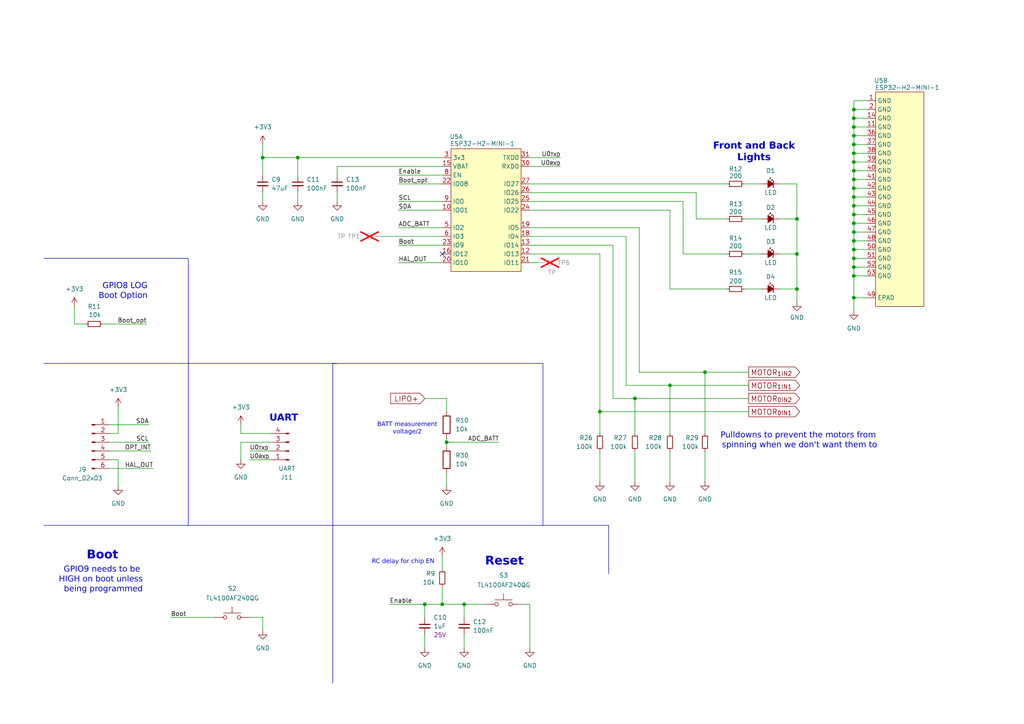
<source format=kicad_sch>
(kicad_sch (version 20231120) (generator "eeschema") (generator_version "8.0")
  (paper "A4")
  (title_block (rev "v0.2"))
  (lib_symbols
    (symbol "Connector:Conn_01x04_Male" (pin_names (offset 1.016) hide)
      (property "Reference" "J" (at 0 5.08 0))
      (property "Value" "Conn_01x04_Male" (at 0 -7.62 0))
      (symbol "Conn_01x04_Male_1_1"
        (polyline (pts (xy 1.27 -5.08) (xy 0.8636 -5.08)) (stroke (width 0.1524)))
        (polyline (pts (xy 1.27 -2.54) (xy 0.8636 -2.54)) (stroke (width 0.1524)))
        (polyline (pts (xy 1.27 0) (xy 0.8636 0)) (stroke (width 0.1524)))
        (polyline (pts (xy 1.27 2.54) (xy 0.8636 2.54)) (stroke (width 0.1524)))
        (rectangle (start 0.8636 -4.953) (end 0 -5.207) (stroke (width 0.1524)) (fill (type outline)))
        (rectangle (start 0.8636 -2.413) (end 0 -2.667) (stroke (width 0.1524)) (fill (type outline)))
        (rectangle (start 0.8636 0.127) (end 0 -0.127) (stroke (width 0.1524)) (fill (type outline)))
        (rectangle (start 0.8636 2.667) (end 0 2.413) (stroke (width 0.1524)) (fill (type outline)))
        (pin passive line (at 5.08 2.54 180) (length 3.81) (name "Pin_1") (number "1"))
        (pin passive line (at 5.08 0 180) (length 3.81) (name "Pin_2") (number "2"))
        (pin passive line (at 5.08 -2.54 180) (length 3.81) (name "Pin_3") (number "3"))
        (pin passive line (at 5.08 -5.08 180) (length 3.81) (name "Pin_4") (number "4"))
      )
    )
    (symbol "Connector:Conn_01x06_Pin" (pin_names (offset 1.016) hide)
      (property "Reference" "J" (at 0 7.62 0))
      (property "Value" "Conn_01x06_Pin" (at 0 -10.16 0))
      (symbol "Conn_01x06_Pin_1_1"
        (polyline (pts (xy 1.27 -7.62) (xy 0.8636 -7.62)) (stroke (width 0.1524)))
        (polyline (pts (xy 1.27 -5.08) (xy 0.8636 -5.08)) (stroke (width 0.1524)))
        (polyline (pts (xy 1.27 -2.54) (xy 0.8636 -2.54)) (stroke (width 0.1524)))
        (polyline (pts (xy 1.27 0) (xy 0.8636 0)) (stroke (width 0.1524)))
        (polyline (pts (xy 1.27 2.54) (xy 0.8636 2.54)) (stroke (width 0.1524)))
        (polyline (pts (xy 1.27 5.08) (xy 0.8636 5.08)) (stroke (width 0.1524)))
        (rectangle (start 0.8636 -7.493) (end 0 -7.747) (stroke (width 0.1524)) (fill (type outline)))
        (rectangle (start 0.8636 -4.953) (end 0 -5.207) (stroke (width 0.1524)) (fill (type outline)))
        (rectangle (start 0.8636 -2.413) (end 0 -2.667) (stroke (width 0.1524)) (fill (type outline)))
        (rectangle (start 0.8636 0.127) (end 0 -0.127) (stroke (width 0.1524)) (fill (type outline)))
        (rectangle (start 0.8636 2.667) (end 0 2.413) (stroke (width 0.1524)) (fill (type outline)))
        (rectangle (start 0.8636 5.207) (end 0 4.953) (stroke (width 0.1524)) (fill (type outline)))
        (pin passive line (at 5.08 5.08 180) (length 3.81) (name "Pin_1") (number "1"))
        (pin passive line (at 5.08 2.54 180) (length 3.81) (name "Pin_2") (number "2"))
        (pin passive line (at 5.08 0 180) (length 3.81) (name "Pin_3") (number "3"))
        (pin passive line (at 5.08 -2.54 180) (length 3.81) (name "Pin_4") (number "4"))
        (pin passive line (at 5.08 -5.08 180) (length 3.81) (name "Pin_5") (number "5"))
        (pin passive line (at 5.08 -7.62 180) (length 3.81) (name "Pin_6") (number "6"))
      )
    )
    (symbol "Connector:TestPoint" (pin_numbers hide) (pin_names (offset 0.762) hide)
      (property "Reference" "TP" (at 0 6.858 0))
      (property "Value" "TestPoint" (at 0 5.08 0))
      (symbol "TestPoint_0_1"
        (circle (center 0 3.302) (radius 0.762))
      )
      (symbol "TestPoint_1_1"
        (pin passive line (at 0 0 90) (length 2.54) (name "1") (number "1"))
      )
    )
    (symbol "Device:C_Small" (pin_numbers hide) (pin_names (offset 0.254) hide)
      (property "Reference" "C" (at 0.254 1.778 0))
      (property "Value" "C_Small" (at 0.254 -2.032 0))
      (symbol "C_Small_0_1"
        (polyline (pts (xy -1.524 -0.508) (xy 1.524 -0.508)) (stroke (width 0.3302)))
        (polyline (pts (xy -1.524 0.508) (xy 1.524 0.508)) (stroke (width 0.3048)))
      )
      (symbol "C_Small_1_1"
        (pin passive line (at 0 2.54 270) (length 2.032) (name "~") (number "1"))
        (pin passive line (at 0 -2.54 90) (length 2.032) (name "~") (number "2"))
      )
    )
    (symbol "Device:LED_Small_Filled" (pin_numbers hide) (pin_names (offset 0.254) hide)
      (property "Reference" "D" (at -1.27 3.175 0))
      (property "Value" "LED_Small_Filled" (at -4.445 -2.54 0))
      (symbol "LED_Small_Filled_0_1"
        (polyline (pts (xy -0.762 -1.016) (xy -0.762 1.016)) (stroke (width 0.254)))
        (polyline (pts (xy 1.016 0) (xy -0.762 0)))
        (polyline (pts (xy 0.762 -1.016) (xy -0.762 0) (xy 0.762 1.016) (xy 0.762 -1.016)) (stroke (width 0.254)) (fill (type outline)))
        (polyline (pts (xy 0 0.762) (xy -0.508 1.27) (xy -0.254 1.27) (xy -0.508 1.27) (xy -0.508 1.016)))
        (polyline (pts (xy 0.508 1.27) (xy 0 1.778) (xy 0.254 1.778) (xy 0 1.778) (xy 0 1.524)))
      )
      (symbol "LED_Small_Filled_1_1"
        (pin passive line (at -2.54 0 0) (length 1.778) (name "K") (number "1"))
        (pin passive line (at 2.54 0 180) (length 1.778) (name "A") (number "2"))
      )
    )
    (symbol "Device:R" (pin_numbers hide) (pin_names (offset 0))
      (property "Reference" "R" (at 2.032 0 90))
      (property "Value" "R" (at 0 0 90))
      (symbol "R_0_1"
        (rectangle (start -1.016 -2.54) (end 1.016 2.54) (stroke (width 0.254)))
      )
      (symbol "R_1_1"
        (pin passive line (at 0 3.81 270) (length 1.27) (name "~") (number "1"))
        (pin passive line (at 0 -3.81 90) (length 1.27) (name "~") (number "2"))
      )
    )
    (symbol "Device:R_Small" (pin_numbers hide) (pin_names (offset 0.254) hide)
      (property "Reference" "R" (at 0.762 0.508 0))
      (property "Value" "R_Small" (at 0.762 -1.016 0))
      (symbol "R_Small_0_1"
        (rectangle (start -0.762 1.778) (end 0.762 -1.778) (stroke (width 0.2032)))
      )
      (symbol "R_Small_1_1"
        (pin passive line (at 0 2.54 270) (length 0.762) (name "~") (number "1"))
        (pin passive line (at 0 -2.54 90) (length 0.762) (name "~") (number "2"))
      )
    )
    (symbol "ESP32-H2-MINI-1_1"
      (property "Reference" "U1" (at -4.826 26.416 0))
      (property "Value" "ESP32-H2-MINI-1" (at 2.794 24.384 0))
      (symbol "ESP32-H2-MINI-1_1_1_1"
        (rectangle (start -6.35 22.86) (end 13.97 -12.7) (fill (type background)))
        (pin input line (at -8.89 5.08 0) (length 2.54) (name "IO01") (number "10"))
        (pin input line (at 16.51 -7.62 180) (length 2.54) (name "IO13") (number "12"))
        (pin input line (at 16.51 -5.08 180) (length 2.54) (name "IO14") (number "13"))
        (pin input line (at -8.89 17.78 0) (length 2.54) (name "VBAT") (number "15"))
        (pin input line (at -8.89 -7.62 0) (length 2.54) (name "IO12") (number "16"))
        (pin input line (at 16.51 -2.54 180) (length 2.54) (name "IO4") (number "18"))
        (pin input line (at 16.51 0 180) (length 2.54) (name "IO5") (number "19"))
        (pin input line (at -8.89 -10.16 0) (length 2.54) (name "IO10") (number "20"))
        (pin input line (at 16.51 -10.16 180) (length 2.54) (name "IO11") (number "21"))
        (pin input line (at -8.89 12.7 0) (length 2.54) (name "IO08") (number "22"))
        (pin input line (at -8.89 -5.08 0) (length 2.54) (name "IO9") (number "23"))
        (pin input line (at 16.51 5.08 180) (length 2.54) (name "IO22") (number "24"))
        (pin input line (at 16.51 7.62 180) (length 2.54) (name "IO25") (number "25"))
        (pin input line (at 16.51 10.16 180) (length 2.54) (name "IO26") (number "26"))
        (pin input line (at 16.51 12.7 180) (length 2.54) (name "IO27") (number "27"))
        (pin input line (at -8.89 20.32 0) (length 2.54) (name "3v3") (number "3"))
        (pin input line (at 16.51 17.78 180) (length 2.54) (name "RXD0") (number "30"))
        (pin input line (at 16.51 20.32 180) (length 2.54) (name "TXD0") (number "31"))
        (pin input line (at -8.89 0 0) (length 2.54) (name "IO2") (number "5"))
        (pin input line (at -8.89 -2.54 0) (length 2.54) (name "IO3") (number "6"))
        (pin input line (at -8.89 15.24 0) (length 2.54) (name "EN") (number "8"))
        (pin input line (at -8.89 7.62 0) (length 2.54) (name "IO0") (number "9"))
      )
      (symbol "ESP32-H2-MINI-1_1_1_2"
        (pin input line (at -9.525 10.16 0) (length 2.54) (name "GND") (number "1"))
        (pin input line (at -9.525 -12.7 0) (length 2.54) (name "IO01") (number "10"))
        (pin input line (at -9.525 -15.24 0) (length 2.54) (name "GND") (number "11"))
        (pin input line (at 3.175 -30.48 90) (length 2.54) (name "IO13") (number "12"))
        (pin input line (at 5.715 -30.48 90) (length 2.54) (name "IO14") (number "13"))
        (pin input line (at 8.255 -30.48 90) (length 2.54) (name "GND") (number "14"))
        (pin input line (at 10.795 -30.48 90) (length 2.54) (name "VBAT") (number "15"))
        (pin input line (at 13.335 -30.48 90) (length 2.54) (name "IO12") (number "16"))
        (pin input line (at 15.875 -30.48 90) (length 2.54) (name "NC") (number "17"))
        (pin input line (at 18.415 -30.48 90) (length 2.54) (name "IO4") (number "18"))
        (pin input line (at 20.955 -30.48 90) (length 2.54) (name "IO5") (number "19"))
        (pin input line (at -9.525 7.62 0) (length 2.54) (name "GND") (number "2"))
        (pin input line (at 23.495 -30.48 90) (length 2.54) (name "IO10") (number "20"))
        (pin input line (at 26.035 -30.48 90) (length 2.54) (name "IO11") (number "21"))
        (pin input line (at 28.575 -30.48 90) (length 2.54) (name "IO08") (number "22"))
        (pin input line (at 31.115 -30.48 90) (length 2.54) (name "IO9") (number "23"))
        (pin input line (at 33.655 -30.48 90) (length 2.54) (name "IO22") (number "24"))
        (pin input line (at 46.355 -15.24 180) (length 2.54) (name "IO25") (number "25"))
        (pin input line (at 46.355 -12.7 180) (length 2.54) (name "IO26") (number "26"))
        (pin input line (at 46.355 -10.16 180) (length 2.54) (name "IO27") (number "27"))
        (pin input line (at 46.355 -7.62 180) (length 2.54) (name "NC") (number "28"))
        (pin input line (at 46.355 -5.08 180) (length 2.54) (name "NC") (number "29"))
        (pin input line (at -9.525 5.08 0) (length 2.54) (name "3v3") (number "3"))
        (pin input line (at 46.355 -2.54 180) (length 2.54) (name "RXD0") (number "30"))
        (pin input line (at 46.355 0 180) (length 2.54) (name "TXD0") (number "31"))
        (pin input line (at 46.355 2.54 180) (length 2.54) (name "NC") (number "32"))
        (pin input line (at 46.355 5.08 180) (length 2.54) (name "NC") (number "33"))
        (pin input line (at 46.355 7.62 180) (length 2.54) (name "NC") (number "34"))
        (pin input line (at 46.355 10.16 180) (length 2.54) (name "NC") (number "35"))
        (pin input line (at 33.655 25.4 270) (length 2.54) (name "GND") (number "36"))
        (pin input line (at 31.115 25.4 270) (length 2.54) (name "GND") (number "37"))
        (pin input line (at 28.575 25.4 270) (length 2.54) (name "GND") (number "38"))
        (pin input line (at 26.035 25.4 270) (length 2.54) (name "GND") (number "39"))
        (pin input line (at -9.525 2.54 0) (length 2.54) (name "NC") (number "4"))
        (pin input line (at 23.495 25.4 270) (length 2.54) (name "GND") (number "40"))
        (pin input line (at 20.955 25.4 270) (length 2.54) (name "GND") (number "41"))
        (pin input line (at 18.415 25.4 270) (length 2.54) (name "GND") (number "42"))
        (pin input line (at 15.875 25.4 270) (length 2.54) (name "GND") (number "43"))
        (pin input line (at 13.335 25.4 270) (length 2.54) (name "GND") (number "44"))
        (pin input line (at 10.795 25.4 270) (length 2.54) (name "GND") (number "45"))
        (pin input line (at 8.255 25.4 270) (length 2.54) (name "GND") (number "46"))
        (pin input line (at 5.715 25.4 270) (length 2.54) (name "GND") (number "47"))
        (pin input line (at 3.175 25.4 270) (length 2.54) (name "GND") (number "48"))
        (pin input line (at -1.905 25.4 270) (length 2.54) (name "EPAD") (number "49"))
        (pin input line (at -9.525 0 0) (length 2.54) (name "IO2") (number "5"))
        (pin input line (at 46.355 15.875 180) (length 2.54) (name "GND") (number "50"))
        (pin input line (at 46.355 -20.955 180) (length 2.54) (name "GND") (number "51"))
        (pin input line (at -9.525 -20.955 0) (length 2.54) (name "GND") (number "52"))
        (pin input line (at -9.525 15.875 0) (length 2.54) (name "GND") (number "53"))
        (pin input line (at -9.525 -2.54 0) (length 2.54) (name "IO3") (number "6"))
        (pin input line (at -9.525 -5.08 0) (length 2.54) (name "NC") (number "7"))
        (pin input line (at -9.525 -7.62 0) (length 2.54) (name "EN") (number "8"))
        (pin input line (at -9.525 -10.16 0) (length 2.54) (name "IO0") (number "9"))
      )
      (symbol "ESP32-H2-MINI-1_1_2_1"
        (rectangle (start 0 0) (end 13.97 -62.23) (fill (type background)))
        (pin input line (at -2.54 -2.54 0) (length 2.54) (name "GND") (number "1"))
        (pin input line (at -2.54 -10.16 0) (length 2.54) (name "GND") (number "11"))
        (pin input line (at -2.54 -7.62 0) (length 2.54) (name "GND") (number "14"))
        (pin input line (at -2.54 -5.08 0) (length 2.54) (name "GND") (number "2"))
        (pin input line (at -2.54 -12.7 0) (length 2.54) (name "GND") (number "36"))
        (pin input line (at -2.54 -15.24 0) (length 2.54) (name "GND") (number "37"))
        (pin input line (at -2.54 -17.78 0) (length 2.54) (name "GND") (number "38"))
        (pin input line (at -2.54 -20.32 0) (length 2.54) (name "GND") (number "39"))
        (pin input line (at -2.54 -22.86 0) (length 2.54) (name "GND") (number "40"))
        (pin input line (at -2.54 -25.4 0) (length 2.54) (name "GND") (number "41"))
        (pin input line (at -2.54 -27.94 0) (length 2.54) (name "GND") (number "42"))
        (pin input line (at -2.54 -30.48 0) (length 2.54) (name "GND") (number "43"))
        (pin input line (at -2.54 -33.02 0) (length 2.54) (name "GND") (number "44"))
        (pin input line (at -2.54 -35.56 0) (length 2.54) (name "GND") (number "45"))
        (pin input line (at -2.54 -38.1 0) (length 2.54) (name "GND") (number "46"))
        (pin input line (at -2.54 -40.64 0) (length 2.54) (name "GND") (number "47"))
        (pin input line (at -2.54 -43.18 0) (length 2.54) (name "GND") (number "48"))
        (pin input line (at -2.54 -59.69 0) (length 2.54) (name "EPAD") (number "49"))
        (pin input line (at -2.54 -45.72 0) (length 2.54) (name "GND") (number "50"))
        (pin input line (at -2.54 -48.26 0) (length 2.54) (name "GND") (number "51"))
        (pin input line (at -2.54 -50.8 0) (length 2.54) (name "GND") (number "52"))
        (pin input line (at -2.54 -53.34 0) (length 2.54) (name "GND") (number "53"))
      )
      (symbol "ESP32-H2-MINI-1_1_2_2"
        (pin input line (at -9.525 10.16 0) (length 2.54) (name "GND") (number "1"))
        (pin input line (at -9.525 -12.7 0) (length 2.54) (name "IO01") (number "10"))
        (pin input line (at -9.525 -15.24 0) (length 2.54) (name "GND") (number "11"))
        (pin input line (at 3.175 -30.48 90) (length 2.54) (name "IO13") (number "12"))
        (pin input line (at 5.715 -30.48 90) (length 2.54) (name "IO14") (number "13"))
        (pin input line (at 8.255 -30.48 90) (length 2.54) (name "GND") (number "14"))
        (pin input line (at 10.795 -30.48 90) (length 2.54) (name "VBAT") (number "15"))
        (pin input line (at 13.335 -30.48 90) (length 2.54) (name "IO12") (number "16"))
        (pin input line (at 15.875 -30.48 90) (length 2.54) (name "NC") (number "17"))
        (pin input line (at 18.415 -30.48 90) (length 2.54) (name "IO4") (number "18"))
        (pin input line (at 20.955 -30.48 90) (length 2.54) (name "IO5") (number "19"))
        (pin input line (at -9.525 7.62 0) (length 2.54) (name "GND") (number "2"))
        (pin input line (at 23.495 -30.48 90) (length 2.54) (name "IO10") (number "20"))
        (pin input line (at 26.035 -30.48 90) (length 2.54) (name "IO11") (number "21"))
        (pin input line (at 28.575 -30.48 90) (length 2.54) (name "IO08") (number "22"))
        (pin input line (at 31.115 -30.48 90) (length 2.54) (name "IO9") (number "23"))
        (pin input line (at 33.655 -30.48 90) (length 2.54) (name "IO22") (number "24"))
        (pin input line (at 46.355 -15.24 180) (length 2.54) (name "IO25") (number "25"))
        (pin input line (at 46.355 -12.7 180) (length 2.54) (name "IO26") (number "26"))
        (pin input line (at 46.355 -10.16 180) (length 2.54) (name "IO27") (number "27"))
        (pin input line (at 46.355 -7.62 180) (length 2.54) (name "NC") (number "28"))
        (pin input line (at 46.355 -5.08 180) (length 2.54) (name "NC") (number "29"))
        (pin input line (at -9.525 5.08 0) (length 2.54) (name "3v3") (number "3"))
        (pin input line (at 46.355 -2.54 180) (length 2.54) (name "RXD0") (number "30"))
        (pin input line (at 46.355 0 180) (length 2.54) (name "TXD0") (number "31"))
        (pin input line (at 46.355 2.54 180) (length 2.54) (name "NC") (number "32"))
        (pin input line (at 46.355 5.08 180) (length 2.54) (name "NC") (number "33"))
        (pin input line (at 46.355 7.62 180) (length 2.54) (name "NC") (number "34"))
        (pin input line (at 46.355 10.16 180) (length 2.54) (name "NC") (number "35"))
        (pin input line (at 33.655 25.4 270) (length 2.54) (name "GND") (number "36"))
        (pin input line (at 31.115 25.4 270) (length 2.54) (name "GND") (number "37"))
        (pin input line (at 28.575 25.4 270) (length 2.54) (name "GND") (number "38"))
        (pin input line (at 26.035 25.4 270) (length 2.54) (name "GND") (number "39"))
        (pin input line (at -9.525 2.54 0) (length 2.54) (name "NC") (number "4"))
        (pin input line (at 23.495 25.4 270) (length 2.54) (name "GND") (number "40"))
        (pin input line (at 20.955 25.4 270) (length 2.54) (name "GND") (number "41"))
        (pin input line (at 18.415 25.4 270) (length 2.54) (name "GND") (number "42"))
        (pin input line (at 15.875 25.4 270) (length 2.54) (name "GND") (number "43"))
        (pin input line (at 13.335 25.4 270) (length 2.54) (name "GND") (number "44"))
        (pin input line (at 10.795 25.4 270) (length 2.54) (name "GND") (number "45"))
        (pin input line (at 8.255 25.4 270) (length 2.54) (name "GND") (number "46"))
        (pin input line (at 5.715 25.4 270) (length 2.54) (name "GND") (number "47"))
        (pin input line (at 3.175 25.4 270) (length 2.54) (name "GND") (number "48"))
        (pin input line (at -1.905 25.4 270) (length 2.54) (name "EPAD") (number "49"))
        (pin input line (at -9.525 0 0) (length 2.54) (name "IO2") (number "5"))
        (pin input line (at 46.355 15.875 180) (length 2.54) (name "GND") (number "50"))
        (pin input line (at 46.355 -20.955 180) (length 2.54) (name "GND") (number "51"))
        (pin input line (at -9.525 -20.955 0) (length 2.54) (name "GND") (number "52"))
        (pin input line (at -9.525 15.875 0) (length 2.54) (name "GND") (number "53"))
        (pin input line (at -9.525 -2.54 0) (length 2.54) (name "IO3") (number "6"))
        (pin input line (at -9.525 -5.08 0) (length 2.54) (name "NC") (number "7"))
        (pin input line (at -9.525 -7.62 0) (length 2.54) (name "EN") (number "8"))
        (pin input line (at -9.525 -10.16 0) (length 2.54) (name "IO0") (number "9"))
      )
    )
    (symbol "GND_1" (power) (pin_names (offset 0))
      (property "Value" "GND_1" (at 0 -3.81 0))
      (symbol "GND_1_0_1"
        (polyline (pts (xy 0 0) (xy 0 -1.27) (xy 1.27 -1.27) (xy 0 -2.54) (xy -1.27 -1.27) (xy 0 -1.27)))
      )
      (symbol "GND_1_1_1"
        (pin power_in line (at 0 0 270) (length 0) hide (name "GND") (number "1"))
      )
    )
    (symbol "Switch:SW_Omron_B3FS" (pin_numbers hide) (pin_names (offset 1.016) hide)
      (property "Reference" "SW" (at 1.27 2.54 0))
      (property "Value" "SW_Omron_B3FS" (at 0 -1.524 0))
      (symbol "SW_Omron_B3FS_0_1"
        (circle (center -2.032 0) (radius 0.508))
        (polyline (pts (xy 0 1.27) (xy 0 3.048)))
        (polyline (pts (xy 2.54 1.27) (xy -2.54 1.27)))
        (circle (center 2.032 0) (radius 0.508))
        (pin passive line (at -5.08 0 0) (length 2.54) (name "1") (number "1"))
        (pin passive line (at 5.08 0 180) (length 2.54) (name "2") (number "2"))
      )
    )
    (symbol "custom_IC:ESP32-H2-MINI-1"
      (property "Reference" "U1" (at 1.016 3.81 0))
      (property "Value" "ESP32-H2-MINI-1" (at 8.89 1.524 0))
      (symbol "ESP32-H2-MINI-1_1_1"
        (rectangle (start -6.35 22.86) (end 13.97 -12.7) (fill (type background)))
        (pin input line (at -8.89 5.08 0) (length 2.54) (name "IO01") (number "10"))
        (pin input line (at 16.51 0 180) (length 2.54) (name "IO13") (number "12"))
        (pin input line (at 16.51 -2.54 180) (length 2.54) (name "IO14") (number "13"))
        (pin input line (at -8.89 17.78 0) (length 2.54) (name "VBAT") (number "15"))
        (pin input line (at -8.89 -7.62 0) (length 2.54) (name "IO12") (number "16"))
        (pin input line (at 16.51 -5.08 180) (length 2.54) (name "IO4") (number "18"))
        (pin input line (at 16.51 -7.62 180) (length 2.54) (name "IO5") (number "19"))
        (pin input line (at -8.89 -10.16 0) (length 2.54) (name "IO10") (number "20"))
        (pin input line (at 16.51 -10.16 180) (length 2.54) (name "IO11") (number "21"))
        (pin input line (at -8.89 12.7 0) (length 2.54) (name "IO08") (number "22"))
        (pin input line (at -8.89 -5.08 0) (length 2.54) (name "IO9") (number "23"))
        (pin input line (at 16.51 5.08 180) (length 2.54) (name "IO22") (number "24"))
        (pin input line (at 16.51 7.62 180) (length 2.54) (name "IO25") (number "25"))
        (pin input line (at 16.51 10.16 180) (length 2.54) (name "IO26") (number "26"))
        (pin input line (at 16.51 12.7 180) (length 2.54) (name "IO27") (number "27"))
        (pin input line (at -8.89 20.32 0) (length 2.54) (name "3v3") (number "3"))
        (pin input line (at 16.51 17.78 180) (length 2.54) (name "RXD0") (number "30"))
        (pin input line (at 16.51 20.32 180) (length 2.54) (name "TXD0") (number "31"))
        (pin input line (at -8.89 0 0) (length 2.54) (name "IO2") (number "5"))
        (pin input line (at -8.89 -2.54 0) (length 2.54) (name "IO3") (number "6"))
        (pin input line (at -8.89 15.24 0) (length 2.54) (name "EN") (number "8"))
        (pin input line (at -8.89 7.62 0) (length 2.54) (name "IO0") (number "9"))
      )
      (symbol "ESP32-H2-MINI-1_1_2"
        (pin input line (at -9.525 10.16 0) (length 2.54) (name "GND") (number "1"))
        (pin input line (at -9.525 -12.7 0) (length 2.54) (name "IO01") (number "10"))
        (pin input line (at -9.525 -15.24 0) (length 2.54) (name "GND") (number "11"))
        (pin input line (at 3.175 -30.48 90) (length 2.54) (name "IO13") (number "12"))
        (pin input line (at 5.715 -30.48 90) (length 2.54) (name "IO14") (number "13"))
        (pin input line (at 8.255 -30.48 90) (length 2.54) (name "GND") (number "14"))
        (pin input line (at 10.795 -30.48 90) (length 2.54) (name "VBAT") (number "15"))
        (pin input line (at 13.335 -30.48 90) (length 2.54) (name "IO12") (number "16"))
        (pin input line (at 15.875 -30.48 90) (length 2.54) (name "NC") (number "17"))
        (pin input line (at 18.415 -30.48 90) (length 2.54) (name "IO4") (number "18"))
        (pin input line (at 20.955 -30.48 90) (length 2.54) (name "IO5") (number "19"))
        (pin input line (at -9.525 7.62 0) (length 2.54) (name "GND") (number "2"))
        (pin input line (at 23.495 -30.48 90) (length 2.54) (name "IO10") (number "20"))
        (pin input line (at 26.035 -30.48 90) (length 2.54) (name "IO11") (number "21"))
        (pin input line (at 28.575 -30.48 90) (length 2.54) (name "IO08") (number "22"))
        (pin input line (at 31.115 -30.48 90) (length 2.54) (name "IO9") (number "23"))
        (pin input line (at 33.655 -30.48 90) (length 2.54) (name "IO22") (number "24"))
        (pin input line (at 46.355 -15.24 180) (length 2.54) (name "IO25") (number "25"))
        (pin input line (at 46.355 -12.7 180) (length 2.54) (name "IO26") (number "26"))
        (pin input line (at 46.355 -10.16 180) (length 2.54) (name "IO27") (number "27"))
        (pin input line (at 46.355 -7.62 180) (length 2.54) (name "NC") (number "28"))
        (pin input line (at 46.355 -5.08 180) (length 2.54) (name "NC") (number "29"))
        (pin input line (at -9.525 5.08 0) (length 2.54) (name "3v3") (number "3"))
        (pin input line (at 46.355 -2.54 180) (length 2.54) (name "RXD0") (number "30"))
        (pin input line (at 46.355 0 180) (length 2.54) (name "TXD0") (number "31"))
        (pin input line (at 46.355 2.54 180) (length 2.54) (name "NC") (number "32"))
        (pin input line (at 46.355 5.08 180) (length 2.54) (name "NC") (number "33"))
        (pin input line (at 46.355 7.62 180) (length 2.54) (name "NC") (number "34"))
        (pin input line (at 46.355 10.16 180) (length 2.54) (name "NC") (number "35"))
        (pin input line (at 33.655 25.4 270) (length 2.54) (name "GND") (number "36"))
        (pin input line (at 31.115 25.4 270) (length 2.54) (name "GND") (number "37"))
        (pin input line (at 28.575 25.4 270) (length 2.54) (name "GND") (number "38"))
        (pin input line (at 26.035 25.4 270) (length 2.54) (name "GND") (number "39"))
        (pin input line (at -9.525 2.54 0) (length 2.54) (name "NC") (number "4"))
        (pin input line (at 23.495 25.4 270) (length 2.54) (name "GND") (number "40"))
        (pin input line (at 20.955 25.4 270) (length 2.54) (name "GND") (number "41"))
        (pin input line (at 18.415 25.4 270) (length 2.54) (name "GND") (number "42"))
        (pin input line (at 15.875 25.4 270) (length 2.54) (name "GND") (number "43"))
        (pin input line (at 13.335 25.4 270) (length 2.54) (name "GND") (number "44"))
        (pin input line (at 10.795 25.4 270) (length 2.54) (name "GND") (number "45"))
        (pin input line (at 8.255 25.4 270) (length 2.54) (name "GND") (number "46"))
        (pin input line (at 5.715 25.4 270) (length 2.54) (name "GND") (number "47"))
        (pin input line (at 3.175 25.4 270) (length 2.54) (name "GND") (number "48"))
        (pin input line (at -1.905 25.4 270) (length 2.54) (name "EPAD") (number "49"))
        (pin input line (at -9.525 0 0) (length 2.54) (name "IO2") (number "5"))
        (pin input line (at 46.355 15.875 180) (length 2.54) (name "GND") (number "50"))
        (pin input line (at 46.355 -20.955 180) (length 2.54) (name "GND") (number "51"))
        (pin input line (at -9.525 -20.955 0) (length 2.54) (name "GND") (number "52"))
        (pin input line (at -9.525 15.875 0) (length 2.54) (name "GND") (number "53"))
        (pin input line (at -9.525 -2.54 0) (length 2.54) (name "IO3") (number "6"))
        (pin input line (at -9.525 -5.08 0) (length 2.54) (name "NC") (number "7"))
        (pin input line (at -9.525 -7.62 0) (length 2.54) (name "EN") (number "8"))
        (pin input line (at -9.525 -10.16 0) (length 2.54) (name "IO0") (number "9"))
      )
      (symbol "ESP32-H2-MINI-1_2_1"
        (rectangle (start 0 0) (end 13.97 -62.23) (fill (type background)))
        (pin input line (at -2.54 -2.54 0) (length 2.54) (name "GND") (number "1"))
        (pin input line (at -2.54 -10.16 0) (length 2.54) (name "GND") (number "11"))
        (pin input line (at -2.54 -7.62 0) (length 2.54) (name "GND") (number "14"))
        (pin input line (at -2.54 -5.08 0) (length 2.54) (name "GND") (number "2"))
        (pin input line (at -2.54 -12.7 0) (length 2.54) (name "GND") (number "36"))
        (pin input line (at -2.54 -15.24 0) (length 2.54) (name "GND") (number "37"))
        (pin input line (at -2.54 -17.78 0) (length 2.54) (name "GND") (number "38"))
        (pin input line (at -2.54 -20.32 0) (length 2.54) (name "GND") (number "39"))
        (pin input line (at -2.54 -22.86 0) (length 2.54) (name "GND") (number "40"))
        (pin input line (at -2.54 -25.4 0) (length 2.54) (name "GND") (number "41"))
        (pin input line (at -2.54 -27.94 0) (length 2.54) (name "GND") (number "42"))
        (pin input line (at -2.54 -30.48 0) (length 2.54) (name "GND") (number "43"))
        (pin input line (at -2.54 -33.02 0) (length 2.54) (name "GND") (number "44"))
        (pin input line (at -2.54 -35.56 0) (length 2.54) (name "GND") (number "45"))
        (pin input line (at -2.54 -38.1 0) (length 2.54) (name "GND") (number "46"))
        (pin input line (at -2.54 -40.64 0) (length 2.54) (name "GND") (number "47"))
        (pin input line (at -2.54 -43.18 0) (length 2.54) (name "GND") (number "48"))
        (pin input line (at -2.54 -59.69 0) (length 2.54) (name "EPAD") (number "49"))
        (pin input line (at -2.54 -45.72 0) (length 2.54) (name "GND") (number "50"))
        (pin input line (at -2.54 -48.26 0) (length 2.54) (name "GND") (number "51"))
        (pin input line (at -2.54 -50.8 0) (length 2.54) (name "GND") (number "52"))
        (pin input line (at -2.54 -53.34 0) (length 2.54) (name "GND") (number "53"))
      )
      (symbol "ESP32-H2-MINI-1_2_2"
        (pin input line (at -9.525 10.16 0) (length 2.54) (name "GND") (number "1"))
        (pin input line (at -9.525 -12.7 0) (length 2.54) (name "IO01") (number "10"))
        (pin input line (at -9.525 -15.24 0) (length 2.54) (name "GND") (number "11"))
        (pin input line (at 3.175 -30.48 90) (length 2.54) (name "IO13") (number "12"))
        (pin input line (at 5.715 -30.48 90) (length 2.54) (name "IO14") (number "13"))
        (pin input line (at 8.255 -30.48 90) (length 2.54) (name "GND") (number "14"))
        (pin input line (at 10.795 -30.48 90) (length 2.54) (name "VBAT") (number "15"))
        (pin input line (at 13.335 -30.48 90) (length 2.54) (name "IO12") (number "16"))
        (pin input line (at 15.875 -30.48 90) (length 2.54) (name "NC") (number "17"))
        (pin input line (at 18.415 -30.48 90) (length 2.54) (name "IO4") (number "18"))
        (pin input line (at 20.955 -30.48 90) (length 2.54) (name "IO5") (number "19"))
        (pin input line (at -9.525 7.62 0) (length 2.54) (name "GND") (number "2"))
        (pin input line (at 23.495 -30.48 90) (length 2.54) (name "IO10") (number "20"))
        (pin input line (at 26.035 -30.48 90) (length 2.54) (name "IO11") (number "21"))
        (pin input line (at 28.575 -30.48 90) (length 2.54) (name "IO08") (number "22"))
        (pin input line (at 31.115 -30.48 90) (length 2.54) (name "IO9") (number "23"))
        (pin input line (at 33.655 -30.48 90) (length 2.54) (name "IO22") (number "24"))
        (pin input line (at 46.355 -15.24 180) (length 2.54) (name "IO25") (number "25"))
        (pin input line (at 46.355 -12.7 180) (length 2.54) (name "IO26") (number "26"))
        (pin input line (at 46.355 -10.16 180) (length 2.54) (name "IO27") (number "27"))
        (pin input line (at 46.355 -7.62 180) (length 2.54) (name "NC") (number "28"))
        (pin input line (at 46.355 -5.08 180) (length 2.54) (name "NC") (number "29"))
        (pin input line (at -9.525 5.08 0) (length 2.54) (name "3v3") (number "3"))
        (pin input line (at 46.355 -2.54 180) (length 2.54) (name "RXD0") (number "30"))
        (pin input line (at 46.355 0 180) (length 2.54) (name "TXD0") (number "31"))
        (pin input line (at 46.355 2.54 180) (length 2.54) (name "NC") (number "32"))
        (pin input line (at 46.355 5.08 180) (length 2.54) (name "NC") (number "33"))
        (pin input line (at 46.355 7.62 180) (length 2.54) (name "NC") (number "34"))
        (pin input line (at 46.355 10.16 180) (length 2.54) (name "NC") (number "35"))
        (pin input line (at 33.655 25.4 270) (length 2.54) (name "GND") (number "36"))
        (pin input line (at 31.115 25.4 270) (length 2.54) (name "GND") (number "37"))
        (pin input line (at 28.575 25.4 270) (length 2.54) (name "GND") (number "38"))
        (pin input line (at 26.035 25.4 270) (length 2.54) (name "GND") (number "39"))
        (pin input line (at -9.525 2.54 0) (length 2.54) (name "NC") (number "4"))
        (pin input line (at 23.495 25.4 270) (length 2.54) (name "GND") (number "40"))
        (pin input line (at 20.955 25.4 270) (length 2.54) (name "GND") (number "41"))
        (pin input line (at 18.415 25.4 270) (length 2.54) (name "GND") (number "42"))
        (pin input line (at 15.875 25.4 270) (length 2.54) (name "GND") (number "43"))
        (pin input line (at 13.335 25.4 270) (length 2.54) (name "GND") (number "44"))
        (pin input line (at 10.795 25.4 270) (length 2.54) (name "GND") (number "45"))
        (pin input line (at 8.255 25.4 270) (length 2.54) (name "GND") (number "46"))
        (pin input line (at 5.715 25.4 270) (length 2.54) (name "GND") (number "47"))
        (pin input line (at 3.175 25.4 270) (length 2.54) (name "GND") (number "48"))
        (pin input line (at -1.905 25.4 270) (length 2.54) (name "EPAD") (number "49"))
        (pin input line (at -9.525 0 0) (length 2.54) (name "IO2") (number "5"))
        (pin input line (at 46.355 15.875 180) (length 2.54) (name "GND") (number "50"))
        (pin input line (at 46.355 -20.955 180) (length 2.54) (name "GND") (number "51"))
        (pin input line (at -9.525 -20.955 0) (length 2.54) (name "GND") (number "52"))
        (pin input line (at -9.525 15.875 0) (length 2.54) (name "GND") (number "53"))
        (pin input line (at -9.525 -2.54 0) (length 2.54) (name "IO3") (number "6"))
        (pin input line (at -9.525 -5.08 0) (length 2.54) (name "NC") (number "7"))
        (pin input line (at -9.525 -7.62 0) (length 2.54) (name "EN") (number "8"))
        (pin input line (at -9.525 -10.16 0) (length 2.54) (name "IO0") (number "9"))
      )
    )
    (symbol "power:+3V3" (power) (pin_names (offset 0))
      (property "Value" "+3V3" (at 0 3.556 0))
      (symbol "+3V3_0_1"
        (polyline (pts (xy -0.762 1.27) (xy 0 2.54)))
        (polyline (pts (xy 0 0) (xy 0 2.54)))
        (polyline (pts (xy 0 2.54) (xy 0.762 1.27)))
      )
      (symbol "+3V3_1_1"
        (pin power_in line (at 0 0 90) (length 0) hide (name "+3V3") (number "1"))
      )
    )
    (symbol "power:GND" (power) (pin_names (offset 0))
      (property "Value" "GND" (at 0 -3.81 0))
      (symbol "GND_0_1"
        (polyline (pts (xy 0 0) (xy 0 -1.27) (xy 1.27 -1.27) (xy 0 -2.54) (xy -1.27 -1.27) (xy 0 -1.27)))
      )
      (symbol "GND_1_1"
        (pin power_in line (at 0 0 270) (length 0) hide (name "GND") (number "1"))
      )
    )
  )
  (junction (at 128.27 175.26))
  (junction (at 247.65 64.77))
  (junction (at 86.36 45.72))
  (junction (at 247.65 31.75))
  (junction (at 129.54 128.27))
  (junction (at 247.65 57.15))
  (junction (at 204.47 107.95))
  (junction (at 184.15 115.57))
  (junction (at 247.65 67.31))
  (junction (at 247.65 36.83))
  (junction (at 247.65 49.53))
  (junction (at 247.65 80.01))
  (junction (at 247.65 59.69))
  (junction (at 247.65 74.93))
  (junction (at 247.65 46.99))
  (junction (at 247.65 39.37))
  (junction (at 247.65 34.29))
  (junction (at 247.65 62.23))
  (junction (at 247.65 54.61))
  (junction (at 247.65 44.45))
  (junction (at 123.19 175.26))
  (junction (at 231.14 73.66))
  (junction (at 247.65 41.91))
  (junction (at 194.31 111.76))
  (junction (at 134.62 175.26))
  (junction (at 231.14 83.82))
  (junction (at 247.65 72.39))
  (junction (at 231.14 63.5))
  (junction (at 247.65 69.85))
  (junction (at 76.2 45.72))
  (junction (at 247.65 86.36))
  (junction (at 173.99 119.38))
  (junction (at 247.65 52.07))
  (junction (at 247.65 77.47))
  (no_connect (at 128.27 73.66))
  (wire (pts (xy 247.65 39.37) (xy 247.65 41.91)))
  (wire (pts (xy 173.99 119.38) (xy 173.99 73.66)))
  (wire (pts (xy 31.75 123.19) (xy 43.18 123.19)))
  (wire (pts (xy 72.39 130.81) (xy 78.74 130.81)))
  (polyline (pts (xy 12.7 152.4) (xy 176.53 152.4)))
  (wire (pts (xy 247.65 36.83) (xy 247.65 39.37)))
  (wire (pts (xy 177.8 71.12) (xy 177.8 115.57)))
  (wire (pts (xy 86.36 45.72) (xy 86.36 50.8)))
  (wire (pts (xy 226.06 73.66) (xy 231.14 73.66)))
  (wire (pts (xy 110.49 68.58) (xy 128.27 68.58)))
  (wire (pts (xy 42.545 93.98) (xy 29.845 93.98)))
  (wire (pts (xy 247.65 74.93) (xy 251.46 74.93)))
  (wire (pts (xy 134.62 175.26) (xy 134.62 179.07)))
  (polyline (pts (xy 54.61 105.41) (xy 54.61 74.93)))
  (wire (pts (xy 247.65 49.53) (xy 251.46 49.53)))
  (wire (pts (xy 115.57 53.34) (xy 128.27 53.34)))
  (wire (pts (xy 173.99 119.38) (xy 173.99 125.73)))
  (wire (pts (xy 247.65 62.23) (xy 247.65 64.77)))
  (wire (pts (xy 129.54 128.27) (xy 144.78 128.27)))
  (wire (pts (xy 128.27 170.18) (xy 128.27 175.26)))
  (wire (pts (xy 247.65 39.37) (xy 251.46 39.37)))
  (wire (pts (xy 173.99 130.81) (xy 173.99 139.7)))
  (wire (pts (xy 115.57 50.8) (xy 128.27 50.8)))
  (wire (pts (xy 247.65 46.99) (xy 247.65 49.53)))
  (wire (pts (xy 115.57 58.42) (xy 128.27 58.42)))
  (wire (pts (xy 247.65 77.47) (xy 251.46 77.47)))
  (wire (pts (xy 210.82 63.5) (xy 201.93 63.5)))
  (wire (pts (xy 151.13 175.26) (xy 153.67 175.26)))
  (wire (pts (xy 247.65 80.01) (xy 251.46 80.01)))
  (wire (pts (xy 247.65 74.93) (xy 247.65 77.47)))
  (wire (pts (xy 226.06 83.82) (xy 231.14 83.82)))
  (wire (pts (xy 215.9 73.66) (xy 220.98 73.66)))
  (wire (pts (xy 215.9 83.82) (xy 220.98 83.82)))
  (wire (pts (xy 247.65 86.36) (xy 247.65 90.17)))
  (wire (pts (xy 247.65 77.47) (xy 247.65 80.01)))
  (wire (pts (xy 69.85 128.27) (xy 78.74 128.27)))
  (wire (pts (xy 204.47 107.95) (xy 204.47 125.73)))
  (wire (pts (xy 247.65 44.45) (xy 251.46 44.45)))
  (wire (pts (xy 76.2 45.72) (xy 76.2 50.8)))
  (wire (pts (xy 115.57 66.04) (xy 128.27 66.04)))
  (wire (pts (xy 115.57 71.12) (xy 128.27 71.12)))
  (wire (pts (xy 194.31 111.76) (xy 181.61 111.76)))
  (wire (pts (xy 129.54 115.57) (xy 129.54 119.38)))
  (wire (pts (xy 247.65 67.31) (xy 247.65 69.85)))
  (wire (pts (xy 231.14 53.34) (xy 231.14 63.5)))
  (wire (pts (xy 185.42 66.04) (xy 185.42 107.95)))
  (wire (pts (xy 247.65 34.29) (xy 247.65 36.83)))
  (polyline (pts (xy 176.53 166.37) (xy 176.53 152.4)))
  (wire (pts (xy 226.06 63.5) (xy 231.14 63.5)))
  (wire (pts (xy 247.65 52.07) (xy 247.65 54.61)))
  (wire (pts (xy 247.65 67.31) (xy 251.46 67.31)))
  (wire (pts (xy 69.85 123.19) (xy 69.85 125.73)))
  (polyline (pts (xy 12.7 74.93) (xy 54.61 74.93)))
  (wire (pts (xy 247.65 64.77) (xy 251.46 64.77)))
  (wire (pts (xy 153.67 71.12) (xy 177.8 71.12)))
  (wire (pts (xy 247.65 31.75) (xy 251.46 31.75)))
  (wire (pts (xy 24.765 93.98) (xy 21.59 93.98)))
  (wire (pts (xy 76.2 45.72) (xy 86.36 45.72)))
  (wire (pts (xy 129.54 127) (xy 129.54 128.27)))
  (wire (pts (xy 134.62 184.15) (xy 134.62 187.96)))
  (polyline (pts (xy 96.52 152.4) (xy 96.52 198.12)))
  (wire (pts (xy 115.57 76.2) (xy 128.27 76.2)))
  (wire (pts (xy 128.27 48.26) (xy 97.79 48.26)))
  (wire (pts (xy 72.39 133.35) (xy 78.74 133.35)))
  (wire (pts (xy 184.15 115.57) (xy 184.15 125.73)))
  (polyline (pts (xy 96.52 152.4) (xy 96.52 105.41)))
  (wire (pts (xy 247.65 72.39) (xy 251.46 72.39)))
  (wire (pts (xy 215.9 63.5) (xy 220.98 63.5)))
  (wire (pts (xy 247.65 72.39) (xy 247.65 74.93)))
  (wire (pts (xy 69.85 125.73) (xy 78.74 125.73)))
  (wire (pts (xy 153.67 175.26) (xy 153.67 187.96)))
  (wire (pts (xy 247.65 41.91) (xy 251.46 41.91)))
  (wire (pts (xy 181.61 68.58) (xy 181.61 111.76)))
  (wire (pts (xy 215.9 53.34) (xy 220.98 53.34)))
  (wire (pts (xy 31.75 125.73) (xy 34.29 125.73)))
  (wire (pts (xy 76.2 182.88) (xy 76.2 179.07)))
  (wire (pts (xy 123.19 175.26) (xy 123.19 179.07)))
  (wire (pts (xy 247.65 69.85) (xy 247.65 72.39)))
  (wire (pts (xy 247.65 54.61) (xy 251.46 54.61)))
  (wire (pts (xy 247.65 57.15) (xy 251.46 57.15)))
  (wire (pts (xy 198.12 73.66) (xy 210.82 73.66)))
  (wire (pts (xy 86.36 55.88) (xy 86.36 58.42)))
  (wire (pts (xy 128.27 161.29) (xy 128.27 165.1)))
  (wire (pts (xy 210.82 83.82) (xy 194.31 83.82)))
  (wire (pts (xy 123.19 175.26) (xy 128.27 175.26)))
  (wire (pts (xy 247.65 59.69) (xy 251.46 59.69)))
  (wire (pts (xy 194.31 111.76) (xy 194.31 125.73)))
  (wire (pts (xy 49.53 179.07) (xy 62.23 179.07)))
  (wire (pts (xy 173.99 73.66) (xy 153.67 73.66)))
  (wire (pts (xy 247.65 41.91) (xy 247.65 44.45)))
  (wire (pts (xy 194.31 83.82) (xy 194.31 60.96)))
  (wire (pts (xy 97.79 48.26) (xy 97.79 50.8)))
  (wire (pts (xy 231.14 87.63) (xy 231.14 83.82)))
  (wire (pts (xy 198.12 58.42) (xy 198.12 73.66)))
  (wire (pts (xy 76.2 55.88) (xy 76.2 58.42)))
  (wire (pts (xy 217.17 111.76) (xy 194.31 111.76)))
  (polyline (pts (xy 12.7 105.41) (xy 157.48 105.41)))
  (polyline (pts (xy 157.48 152.4) (xy 157.48 105.41)))
  (wire (pts (xy 247.65 36.83) (xy 251.46 36.83)))
  (wire (pts (xy 231.14 53.34) (xy 226.06 53.34)))
  (wire (pts (xy 21.59 88.9) (xy 21.59 93.98)))
  (wire (pts (xy 247.65 46.99) (xy 251.46 46.99)))
  (wire (pts (xy 247.65 44.45) (xy 247.65 46.99)))
  (wire (pts (xy 113.03 175.26) (xy 123.19 175.26)))
  (wire (pts (xy 115.57 60.96) (xy 128.27 60.96)))
  (wire (pts (xy 97.79 55.88) (xy 97.79 58.42)))
  (wire (pts (xy 247.65 52.07) (xy 251.46 52.07)))
  (wire (pts (xy 153.67 66.04) (xy 185.42 66.04)))
  (wire (pts (xy 123.19 184.15) (xy 123.19 187.96)))
  (wire (pts (xy 162.56 45.72) (xy 153.67 45.72)))
  (wire (pts (xy 153.67 53.34) (xy 210.82 53.34)))
  (wire (pts (xy 128.27 175.26) (xy 134.62 175.26)))
  (wire (pts (xy 69.85 133.35) (xy 69.85 128.27)))
  (wire (pts (xy 247.65 49.53) (xy 247.65 52.07)))
  (wire (pts (xy 177.8 115.57) (xy 184.15 115.57)))
  (wire (pts (xy 204.47 107.95) (xy 185.42 107.95)))
  (wire (pts (xy 31.75 130.81) (xy 43.815 130.81)))
  (wire (pts (xy 247.65 31.75) (xy 247.65 34.29)))
  (wire (pts (xy 201.93 63.5) (xy 201.93 55.88)))
  (wire (pts (xy 231.14 63.5) (xy 231.14 73.66)))
  (wire (pts (xy 76.2 41.91) (xy 76.2 45.72)))
  (wire (pts (xy 134.62 175.26) (xy 140.97 175.26)))
  (polyline (pts (xy 96.52 105.41) (xy 97.79 105.41)))
  (wire (pts (xy 31.75 128.27) (xy 43.18 128.27)))
  (wire (pts (xy 194.31 130.81) (xy 194.31 139.7)))
  (wire (pts (xy 34.29 125.73) (xy 34.29 118.11)))
  (wire (pts (xy 129.54 128.27) (xy 129.54 129.54)))
  (wire (pts (xy 34.29 140.97) (xy 34.29 133.35)))
  (wire (pts (xy 123.19 115.57) (xy 129.54 115.57)))
  (wire (pts (xy 201.93 55.88) (xy 153.67 55.88)))
  (wire (pts (xy 251.46 86.36) (xy 247.65 86.36)))
  (wire (pts (xy 231.14 73.66) (xy 231.14 83.82)))
  (wire (pts (xy 247.65 29.21) (xy 247.65 31.75)))
  (wire (pts (xy 184.15 130.81) (xy 184.15 139.7)))
  (wire (pts (xy 247.65 80.01) (xy 247.65 86.36)))
  (wire (pts (xy 247.65 64.77) (xy 247.65 67.31)))
  (wire (pts (xy 247.65 34.29) (xy 251.46 34.29)))
  (wire (pts (xy 247.65 62.23) (xy 251.46 62.23)))
  (wire (pts (xy 251.46 29.21) (xy 247.65 29.21)))
  (wire (pts (xy 153.67 58.42) (xy 198.12 58.42)))
  (wire (pts (xy 204.47 130.81) (xy 204.47 139.7)))
  (wire (pts (xy 247.65 54.61) (xy 247.65 57.15)))
  (wire (pts (xy 76.2 179.07) (xy 72.39 179.07)))
  (wire (pts (xy 129.54 137.16) (xy 129.54 140.97)))
  (wire (pts (xy 173.99 119.38) (xy 217.17 119.38)))
  (polyline (pts (xy 54.61 105.41) (xy 54.61 152.4)))
  (wire (pts (xy 34.29 133.35) (xy 31.75 133.35)))
  (wire (pts (xy 217.17 107.95) (xy 204.47 107.95)))
  (wire (pts (xy 184.15 115.57) (xy 217.17 115.57)))
  (wire (pts (xy 153.67 68.58) (xy 181.61 68.58)))
  (wire (pts (xy 194.31 60.96) (xy 153.67 60.96)))
  (wire (pts (xy 153.67 76.2) (xy 156.21 76.2)))
  (wire (pts (xy 31.75 135.89) (xy 44.45 135.89)))
  (wire (pts (xy 247.65 59.69) (xy 247.65 62.23)))
  (wire (pts (xy 86.36 45.72) (xy 128.27 45.72)))
  (wire (pts (xy 247.65 69.85) (xy 251.46 69.85)))
  (wire (pts (xy 162.56 48.26) (xy 153.67 48.26)))
  (wire (pts (xy 247.65 57.15) (xy 247.65 59.69)))
  (text "UART\n" (at 82.296 121.92 0) (effects (font (size 2 2) (thickness 0.4) (bold yes))))
  (text "GPIO8 LOG\nBoot Option" (at 42.799 87.376 0) (effects (font (size 1.7 1.7)) (justify right bottom)))
  (text "Front and Back\nLights" (at 218.694 44.704 0) (effects (font (size 2 2) (thickness 0.4) (bold yes))))
  (text "BATT measurement\nvoltage/2" (at 118.11 126.492 0) (effects (font (size 1.27 1.27)) (justify bottom)))
  (text "Reset" (at 146.304 163.576 0) (effects (font (size 2.5 2.5) (thickness 0.5) (bold yes))))
  (text "GPIO9 needs to be \nHIGH on boot unless\nbeing programmed" (at 41.402 172.466 0) (effects (font (size 1.7 1.7)) (justify right bottom)))
  (text "Boot" (at 29.718 161.798 0) (effects (font (size 2.5 2.5) (thickness 0.5) (bold yes))))
  (text "Pulldowns to prevent the motors from \nspinning when we don't want them to" (at 231.902 128.27 0) (effects (font (size 1.7 1.7))))
  (text "RC delay for chip EN" (at 125.984 164.084 0) (effects (font (size 1.27 1.27)) (justify right bottom)))
  (label "OPT_INT" (at 43.815 130.81 180))
  (label "HAL_OUT" (at 115.57 76.2 0))
  (label "HAL_OUT" (at 44.45 135.89 180))
  (label "SDA" (at 43.18 123.19 180))
  (label "Boot" (at 49.53 179.07 0))
  (label "Boot_opt" (at 42.545 93.98 180))
  (label "Boot_opt" (at 115.57 53.34 0))
  (label "ADC_BATT" (at 144.78 128.27 180))
  (label "SDA" (at 115.57 60.96 0))
  (label "U0_{TXD}" (at 72.39 130.81 0))
  (label "U0_{RXD}" (at 162.56 48.26 180))
  (label "SCL" (at 43.18 128.27 180))
  (label "U0_{RXD}" (at 72.39 133.35 0))
  (label "ADC_BATT" (at 115.57 66.04 0))
  (label "Boot" (at 115.57 71.12 0))
  (label "Enable" (at 113.03 175.26 0))
  (label "U0_{TXD}" (at 162.56 45.72 180))
  (label "Enable" (at 115.57 50.8 0))
  (label "SCL" (at 115.57 58.42 0))
  (global_label "LIPO+" (shape input) (at 123.19 115.57 180) (effects (font (size 1.524 1.524))) (property "Intersheetrefs" "${INTERSHEET_REFS}" (effects (hide yes))))
  (global_label "MOTOR_{0_{IN2}}" (shape output) (at 217.17 115.57 0) (effects (font (size 1.524 1.524))) (property "Intersheetrefs" "${INTERSHEET_REFS}" (effects (hide yes))))
  (global_label "MOTOR_{1_{IN1}}" (shape output) (at 217.17 111.76 0) (effects (font (size 1.524 1.524))) (property "Intersheetrefs" "${INTERSHEET_REFS}" (effects (hide yes))))
  (global_label "MOTOR_{1_{IN2}}" (shape output) (at 217.17 107.95 0) (effects (font (size 1.524 1.524))) (property "Intersheetrefs" "${INTERSHEET_REFS}" (effects (hide yes))))
  (global_label "MOTOR_{0_{IN1}}" (shape output) (at 217.17 119.38 0) (effects (font (size 1.524 1.524))) (property "Intersheetrefs" "${INTERSHEET_REFS}" (effects (hide yes))))
  (symbol (lib_id "Device:R_Small") (at 184.15 128.27 180) (unit 1)
    (property "Reference" "R27" (at 181.864 127 0) (effects (justify left)))
    (property "Value" "100k" (at 181.864 129.54 0) (effects (justify left)))
    (property "Footprint" "Resistor_SMD:R_0603_1608Metric" (effects (hide yes)))
    (property "Description" "Resistor, small symbol" (effects (hide yes)))
  )
  (symbol (lib_id "Connector:Conn_01x04_Male") (at 83.82 130.81 180) (unit 1)
    (property "Reference" "J11" (at 83.185 138.43 0))
    (property "Value" "UART" (at 83.185 135.89 0))
    (property "Footprint" "Connector_PinHeader_2.54mm:PinHeader_1x04_P2.54mm_Vertical" (effects (hide yes)))
  )
  (symbol (lib_id "power:GND") (at 69.85 133.35 0) (unit 1)
    (property "Reference" "#PWR05" (effects (hide yes)))
    (property "Value" "GND" (at 69.85 138.43 0))
  )
  (symbol (lib_id "Device:R_Small") (at 173.99 128.27 180) (unit 1)
    (property "Reference" "R26" (at 171.958 127 0) (effects (justify left)))
    (property "Value" "100k" (at 171.958 129.54 0) (effects (justify left)))
    (property "Footprint" "Resistor_SMD:R_0603_1608Metric" (effects (hide yes)))
    (property "Description" "Resistor, small symbol" (effects (hide yes)))
  )
  (symbol (lib_id "Device:R") (at 129.54 133.35 0) (unit 1)
    (property "Reference" "R30" (at 132.08 132.0799 0) (effects (justify left)))
    (property "Value" "10k" (at 132.08 134.6199 0) (effects (justify left)))
    (property "Footprint" "Resistor_SMD:R_0603_1608Metric" (effects (hide yes)))
  )
  (symbol (lib_id "power:GND") (at 76.2 58.42 0) (unit 1)
    (property "Reference" "#PWR07" (effects (hide yes)))
    (property "Value" "GND" (at 76.2 63.5 0))
  )
  (symbol (lib_id "Device:LED_Small_Filled") (at 223.52 73.66 0) (mirror y) (unit 1)
    (property "Reference" "D3" (at 223.52 70.104 0))
    (property "Value" "LED" (at 223.52 76.2 0))
    (property "Footprint" "Capacitor_SMD:C_0603_1608Metric" (effects (hide yes)))
    (property "Description" "Light emitting diode, small symbol, filled shape" (effects (hide yes)))
  )
  (symbol (lib_id "Device:C_Small") (at 134.62 181.61 0) (unit 1)
    (property "Reference" "C12" (at 137.16 180.3462 0) (effects (justify left)))
    (property "Value" "100nF" (at 137.16 182.8862 0) (effects (justify left)))
    (property "Description" "Unpolarized capacitor, small symbol" (effects (hide yes)))
  )
  (symbol (lib_id "Device:R_Small") (at 213.36 63.5 270) (mirror x) (unit 1)
    (property "Reference" "R13" (at 213.36 59.182 90))
    (property "Value" "200" (at 213.36 61.468 90))
    (property "Footprint" "Resistor_SMD:R_0603_1608Metric" (effects (hide yes)))
    (property "Description" "Resistor, small symbol" (effects (hide yes)))
  )
  (symbol (lib_id "Switch:SW_Omron_B3FS") (at 67.31 179.07 0) (unit 1)
    (property "Reference" "S2" (at 66.04 170.688 0) (effects (justify left)))
    (property "Value" "TL4100AF240QG" (at 59.69 173.482 0) (effects (justify left)))
    (property "Footprint" "Button_Switch_THT:SW_PUSH_6mm" (effects (hide yes)))
    (property "Datasheet" "https://omronfs.omron.com/en_US/ecb/products/pdf/en-b3fs.pdf" (effects (hide yes)))
    (property "Description" "Omron B3FS 6x6mm single pole normally-open tactile switch" (effects (hide yes)))
  )
  (symbol (lib_id "power:GND") (at 76.2 182.88 0) (unit 1)
    (property "Reference" "#PWR08" (effects (hide yes)))
    (property "Value" "GND" (at 76.2 187.96 0))
  )
  (symbol (lib_id "power:+3V3") (at 34.29 118.11 0) (mirror y) (unit 1)
    (property "Reference" "#PWR02" (effects (hide yes)))
    (property "Value" "+3V3" (at 34.29 113.03 0))
  )
  (symbol (lib_id "power:+3V3") (at 128.27 161.29 0) (unit 1)
    (property "Reference" "#PWR012" (effects (hide yes)))
    (property "Value" "+3V3" (at 128.27 156.21 0))
  )
  (symbol (lib_id "Device:R") (at 129.54 123.19 0) (unit 1)
    (property "Reference" "R10" (at 132.08 121.9199 0) (effects (justify left)))
    (property "Value" "10k" (at 132.08 124.4599 0) (effects (justify left)))
    (property "Footprint" "Resistor_SMD:R_0603_1608Metric" (effects (hide yes)))
  )
  (symbol (lib_id "power:GND") (at 204.47 139.7 0) (unit 1)
    (property "Reference" "#PWR019" (effects (hide yes)))
    (property "Value" "GND" (at 204.47 144.78 0))
  )
  (symbol (lib_id "power:GND") (at 173.99 139.7 0) (unit 1)
    (property "Reference" "#PWR016" (effects (hide yes)))
    (property "Value" "GND" (at 173.99 144.78 0))
  )
  (symbol (lib_id "Device:R_Small") (at 128.27 167.64 180) (unit 1)
    (property "Reference" "R9" (at 126.238 166.37 0) (effects (justify left)))
    (property "Value" "10k" (at 126.238 168.91 0) (effects (justify left)))
    (property "Footprint" "Resistor_SMD:R_0603_1608Metric" (effects (hide yes)))
    (property "Description" "Resistor, small symbol" (effects (hide yes)))
  )
  (symbol (lib_id "power:GND") (at 86.36 58.42 0) (mirror y) (unit 1)
    (property "Reference" "#PWR09" (effects (hide yes)))
    (property "Value" "GND" (at 86.36 63.5 0))
  )
  (symbol (lib_id "Connector:TestPoint") (at 156.21 76.2 270) (unit 1) (dnp yes)
    (property "Reference" "TP6" (at 165.354 76.2 90) (effects (justify right)))
    (property "Value" "TP" (at 161.29 78.994 90) (effects (justify right)))
    (property "Footprint" "TestPoint:TestPoint_Pad_D1.0mm" (effects (hide yes)))
    (property "Description" "test point" (effects (hide yes)))
  )
  (symbol (lib_id "power:+3V3") (at 69.85 123.19 0) (unit 1)
    (property "Reference" "#PWR04" (effects (hide yes)))
    (property "Value" "+3V3" (at 69.85 118.11 0))
  )
  (symbol (lib_id "Switch:SW_Omron_B3FS") (at 146.05 175.26 0) (unit 1)
    (property "Reference" "S3" (at 144.78 166.878 0) (effects (justify left)))
    (property "Value" "TL4100AF240QG" (at 138.43 169.672 0) (effects (justify left)))
    (property "Footprint" "Button_Switch_THT:SW_PUSH_6mm" (effects (hide yes)))
    (property "Datasheet" "https://omronfs.omron.com/en_US/ecb/products/pdf/en-b3fs.pdf" (effects (hide yes)))
    (property "Description" "Omron B3FS 6x6mm single pole normally-open tactile switch" (effects (hide yes)))
  )
  (symbol (lib_id "custom_IC:ESP32-H2-MINI-1") (at 254 26.67 0) (unit 2)
    (property "Reference" "U5" (at 255.524 23.368 0))
    (property "Value" "ESP32-H2-MINI-1" (at 263.144 25.4 0))
    (property "Footprint" "kicad_reformed_custom_IC:MODULE_ESP32-H2-MINI-1-H2" (effects (hide yes)))
  )
  (symbol (lib_id "power:GND") (at 134.62 187.96 0) (unit 1)
    (property "Reference" "#PWR014" (effects (hide yes)))
    (property "Value" "GND" (at 134.62 193.04 0))
  )
  (symbol (lib_id "Device:C_Small") (at 86.36 53.34 0) (unit 1)
    (property "Reference" "C11" (at 88.9 52.07 0) (effects (justify left)))
    (property "Value" "100nF" (at 88.9 54.61 0) (effects (justify left)))
    (property "Description" "Unpolarized capacitor, small symbol" (effects (hide yes)))
    (property "Voltage" "25V" (effects (hide yes)))
  )
  (symbol (lib_id "power:GND") (at 129.54 140.97 0) (unit 1)
    (property "Reference" "#PWR013" (effects (hide yes)))
    (property "Value" "GND" (at 129.54 146.05 0))
  )
  (symbol (lib_id "power:GND") (at 247.65 90.17 0) (unit 1)
    (property "Reference" "#PWR021" (effects (hide yes)))
    (property "Value" "GND" (at 247.65 95.25 0))
  )
  (symbol (lib_id "Device:R_Small") (at 194.31 128.27 180) (unit 1)
    (property "Reference" "R28" (at 192.024 127 0) (effects (justify left)))
    (property "Value" "100k" (at 192.024 129.54 0) (effects (justify left)))
    (property "Footprint" "Resistor_SMD:R_0603_1608Metric" (effects (hide yes)))
    (property "Description" "Resistor, small symbol" (effects (hide yes)))
  )
  (symbol (lib_id "Device:R_Small") (at 213.36 83.82 270) (mirror x) (unit 1)
    (property "Reference" "R15" (at 213.36 78.994 90))
    (property "Value" "200" (at 213.36 81.534 90))
    (property "Footprint" "Resistor_SMD:R_0603_1608Metric" (effects (hide yes)))
    (property "Description" "Resistor, small symbol" (effects (hide yes)))
  )
  (symbol (lib_id "Connector:Conn_01x06_Pin") (at 26.67 128.27 0) (unit 1)
    (property "Reference" "J9" (at 23.876 136.144 0))
    (property "Value" "Conn_02x03" (at 23.876 138.684 0))
    (property "Footprint" "Connector_PinHeader_1.27mm:PinHeader_2x03_P1.27mm_Vertical_SMD" (effects (hide yes)))
    (property "Description" "Generic connector, single row, 01x06, script generated" (effects (hide yes)))
  )
  (symbol (lib_id "Device:R_Small") (at 27.305 93.98 270) (mirror x) (unit 1)
    (property "Reference" "R11" (at 25.4 88.9 90) (effects (justify left)))
    (property "Value" "10k" (at 25.654 91.313 90) (effects (justify left)))
    (property "Footprint" "Resistor_SMD:R_0603_1608Metric" (effects (hide yes)))
    (property "Description" "Resistor, small symbol" (effects (hide yes)))
  )
  (symbol (lib_name "ESP32-H2-MINI-1_1") (lib_id "custom_IC:ESP32-H2-MINI-1") (at 137.16 66.04 0) (unit 1)
    (property "Reference" "U5" (at 132.334 39.624 0))
    (property "Value" "ESP32-H2-MINI-1" (at 139.954 41.656 0))
    (property "Footprint" "kicad_reformed_custom_IC:MODULE_ESP32-H2-MINI-1-H2" (effects (hide yes)))
    (property "Datasheet" "https://www.espressif.com/sites/default/files/documentation/esp32-h2-mini-1_mini-1u_datasheet_en.pdf" (effects (hide yes)))
  )
  (symbol (lib_id "Device:LED_Small_Filled") (at 223.52 83.82 0) (mirror y) (unit 1)
    (property "Reference" "D4" (at 223.52 80.264 0))
    (property "Value" "LED" (at 223.52 86.36 0))
    (property "Footprint" "Capacitor_SMD:C_0603_1608Metric" (effects (hide yes)))
    (property "Description" "Light emitting diode, small symbol, filled shape" (effects (hide yes)))
  )
  (symbol (lib_id "power:GND") (at 123.19 187.96 0) (unit 1)
    (property "Reference" "#PWR011" (effects (hide yes)))
    (property "Value" "GND" (at 123.19 193.04 0))
  )
  (symbol (lib_id "Device:C_Small") (at 76.2 53.34 0) (unit 1)
    (property "Reference" "C9" (at 78.74 52.07 0) (effects (justify left)))
    (property "Value" "47uF" (at 78.74 54.61 0) (effects (justify left)))
    (property "Description" "Unpolarized capacitor, small symbol" (effects (hide yes)))
    (property "Voltage" "25V" (effects (hide yes)))
  )
  (symbol (lib_id "power:+3V3") (at 21.59 88.9 0) (mirror y) (unit 1)
    (property "Reference" "#PWR01" (effects (hide yes)))
    (property "Value" "+3V3" (at 21.59 83.82 0))
  )
  (symbol (lib_id "power:GND") (at 184.15 139.7 0) (unit 1)
    (property "Reference" "#PWR017" (effects (hide yes)))
    (property "Value" "GND" (at 184.15 144.78 0))
  )
  (symbol (lib_id "power:GND") (at 34.29 140.97 0) (unit 1)
    (property "Reference" "#PWR03" (effects (hide yes)))
    (property "Value" "GND" (at 34.29 146.05 0))
    (property "Description" "Power symbol creates a global label with name \"GND\" , ground" (effects (hide yes)))
  )
  (symbol (lib_id "Device:R_Small") (at 213.36 73.66 270) (mirror x) (unit 1)
    (property "Reference" "R14" (at 213.36 69.088 90))
    (property "Value" "200" (at 213.36 71.374 90))
    (property "Footprint" "Resistor_SMD:R_0603_1608Metric" (effects (hide yes)))
    (property "Description" "Resistor, small symbol" (effects (hide yes)))
  )
  (symbol (lib_id "Device:LED_Small_Filled") (at 223.52 53.34 0) (mirror y) (unit 1)
    (property "Reference" "D1" (at 223.52 49.53 0))
    (property "Value" "LED" (at 223.52 55.88 0))
    (property "Footprint" "Capacitor_SMD:C_0603_1608Metric" (effects (hide yes)))
    (property "Description" "Light emitting diode, small symbol, filled shape" (effects (hide yes)))
  )
  (symbol (lib_id "power:+3V3") (at 76.2 41.91 0) (unit 1)
    (property "Reference" "#PWR06" (effects (hide yes)))
    (property "Value" "+3V3" (at 76.2 36.83 0))
  )
  (symbol (lib_id "Device:C_Small") (at 123.19 181.61 0) (unit 1)
    (property "Reference" "C10" (at 125.73 179.0762 0) (effects (justify left)))
    (property "Value" "1uF" (at 125.73 181.6162 0) (effects (justify left)))
    (property "Description" "Unpolarized capacitor, small symbol" (effects (hide yes)))
    (property "Voltage" "25V" (at 125.73 184.1562 0) (effects (justify left)))
  )
  (symbol (lib_id "Device:R_Small") (at 204.47 128.27 180) (unit 1)
    (property "Reference" "R29" (at 202.692 127 0) (effects (justify left)))
    (property "Value" "100k" (at 202.692 129.54 0) (effects (justify left)))
    (property "Footprint" "Resistor_SMD:R_0603_1608Metric" (effects (hide yes)))
    (property "Description" "Resistor, small symbol" (effects (hide yes)))
  )
  (symbol (lib_id "Device:C_Small") (at 97.79 53.34 0) (unit 1)
    (property "Reference" "C13" (at 100.33 52.07 0) (effects (justify left)))
    (property "Value" "100nF" (at 100.33 54.61 0) (effects (justify left)))
    (property "Description" "Unpolarized capacitor, small symbol" (effects (hide yes)))
    (property "Voltage" "25V" (effects (hide yes)))
  )
  (symbol (lib_id "Device:R_Small") (at 213.36 53.34 270) (mirror x) (unit 1)
    (property "Reference" "R12" (at 213.36 49.022 90))
    (property "Value" "200" (at 213.36 51.054 90))
    (property "Footprint" "Resistor_SMD:R_0603_1608Metric" (effects (hide yes)))
    (property "Description" "Resistor, small symbol" (effects (hide yes)))
  )
  (symbol (lib_id "Device:LED_Small_Filled") (at 223.52 63.5 0) (mirror y) (unit 1)
    (property "Reference" "D2" (at 223.52 60.198 0))
    (property "Value" "LED" (at 223.52 66.04 0))
    (property "Footprint" "Capacitor_SMD:C_0603_1608Metric" (effects (hide yes)))
    (property "Description" "Light emitting diode, small symbol, filled shape" (effects (hide yes)))
  )
  (symbol (lib_id "power:GND") (at 97.79 58.42 0) (mirror y) (unit 1)
    (property "Reference" "#PWR010" (effects (hide yes)))
    (property "Value" "GND" (at 97.79 63.5 0))
  )
  (symbol (lib_name "GND_1") (lib_id "power:GND") (at 231.14 87.63 0) (unit 1)
    (property "Reference" "#PWR020" (effects (hide yes)))
    (property "Value" "GND" (at 231.14 92.075 0))
  )
  (symbol (lib_id "power:GND") (at 153.67 187.96 0) (unit 1)
    (property "Reference" "#PWR015" (effects (hide yes)))
    (property "Value" "GND" (at 153.67 193.04 0))
  )
  (symbol (lib_id "power:GND") (at 194.31 139.7 0) (unit 1)
    (property "Reference" "#PWR018" (effects (hide yes)))
    (property "Value" "GND" (at 194.31 144.78 0))
  )
  (symbol (lib_id "Connector:TestPoint") (at 110.49 68.58 90) (unit 1) (dnp yes)
    (property "Reference" "TP1" (at 100.838 68.58 90) (effects (justify right)))
    (property "Value" "TP" (at 97.79 68.58 90) (effects (justify right)))
    (property "Footprint" "TestPoint:TestPoint_Pad_D1.0mm" (effects (hide yes)))
    (property "Description" "test point" (effects (hide yes)))
  )
)
</source>
